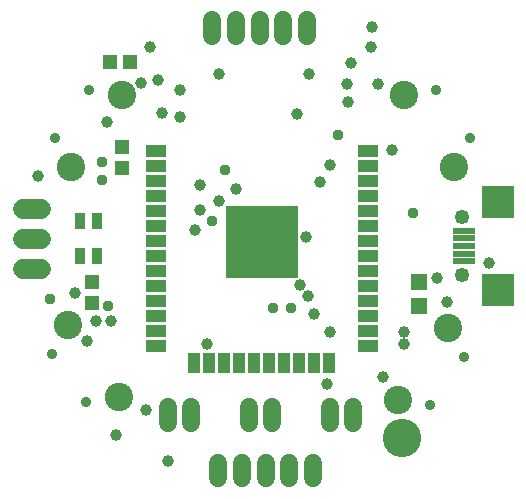
<source format=gts>
G75*
%MOIN*%
%OFA0B0*%
%FSLAX25Y25*%
%IPPOS*%
%LPD*%
%AMOC8*
5,1,8,0,0,1.08239X$1,22.5*
%
%ADD10C,0.12800*%
%ADD11R,0.05052X0.04934*%
%ADD12R,0.03556X0.05524*%
%ADD13C,0.06800*%
%ADD14R,0.05524X0.05524*%
%ADD15R,0.05131X0.04737*%
%ADD16R,0.04737X0.05131*%
%ADD17C,0.09461*%
%ADD18C,0.03500*%
%ADD19C,0.05950*%
%ADD20R,0.07690X0.02375*%
%ADD21R,0.10800X0.10800*%
%ADD22C,0.04934*%
%ADD23R,0.06706X0.04343*%
%ADD24R,0.04343X0.06706*%
%ADD25R,0.24422X0.24422*%
%ADD26C,0.03900*%
%ADD27C,0.03778*%
D10*
X0136905Y0025900D03*
D11*
X0043405Y0115955D03*
X0043405Y0122845D03*
D12*
X0035161Y0098306D03*
X0029649Y0098306D03*
X0029649Y0086494D03*
X0035161Y0086494D03*
D13*
X0016405Y0082400D02*
X0010405Y0082400D01*
X0010405Y0092400D02*
X0016405Y0092400D01*
X0016405Y0102400D02*
X0010405Y0102400D01*
D14*
X0142405Y0078034D03*
X0142405Y0069766D03*
D15*
X0033405Y0071054D03*
X0033405Y0077746D03*
D16*
X0039559Y0151400D03*
X0046252Y0151400D03*
D17*
X0043330Y0140197D03*
X0026605Y0116312D03*
X0025605Y0063488D03*
X0042330Y0039603D03*
X0135480Y0038603D03*
X0152205Y0062488D03*
X0154205Y0116312D03*
X0137480Y0140197D03*
D18*
X0031551Y0037837D03*
X0020260Y0053963D03*
X0021260Y0125837D03*
X0032551Y0141963D03*
X0146260Y0036837D03*
X0157551Y0052963D03*
X0159551Y0125837D03*
X0148260Y0141963D03*
D19*
X0105153Y0160012D02*
X0105153Y0165162D01*
X0097279Y0165162D02*
X0097279Y0160012D01*
X0089405Y0160012D02*
X0089405Y0165162D01*
X0081531Y0165162D02*
X0081531Y0160012D01*
X0073657Y0160012D02*
X0073657Y0165162D01*
X0066638Y0036162D02*
X0066638Y0031012D01*
X0058764Y0031012D02*
X0058764Y0036162D01*
X0075657Y0017662D02*
X0075657Y0012512D01*
X0083531Y0012512D02*
X0083531Y0017662D01*
X0091405Y0017662D02*
X0091405Y0012512D01*
X0099279Y0012512D02*
X0099279Y0017662D01*
X0107153Y0017662D02*
X0107153Y0012512D01*
X0112764Y0031012D02*
X0112764Y0036162D01*
X0120638Y0036162D02*
X0120638Y0031012D01*
X0093638Y0031012D02*
X0093638Y0036162D01*
X0085764Y0036162D02*
X0085764Y0031012D01*
D20*
X0157590Y0084782D03*
X0157590Y0087341D03*
X0157590Y0089900D03*
X0157590Y0092459D03*
X0157590Y0095018D03*
D21*
X0168712Y0104565D03*
X0168712Y0075235D03*
D22*
X0156783Y0080353D03*
X0156783Y0099447D03*
D23*
X0125538Y0101715D03*
X0125538Y0106715D03*
X0125538Y0111715D03*
X0125538Y0116715D03*
X0125538Y0121715D03*
X0125538Y0096715D03*
X0125538Y0091715D03*
X0125538Y0086715D03*
X0125538Y0081715D03*
X0125538Y0076715D03*
X0125538Y0071715D03*
X0125538Y0066715D03*
X0125538Y0061715D03*
X0125538Y0056715D03*
X0054672Y0056715D03*
X0054672Y0061715D03*
X0054672Y0066715D03*
X0054672Y0071715D03*
X0054672Y0076715D03*
X0054672Y0081715D03*
X0054672Y0086715D03*
X0054672Y0091715D03*
X0054672Y0096715D03*
X0054672Y0101715D03*
X0054672Y0106715D03*
X0054672Y0111715D03*
X0054672Y0116715D03*
X0054672Y0121715D03*
D24*
X0067605Y0050849D03*
X0072605Y0050849D03*
X0077605Y0050849D03*
X0082605Y0050849D03*
X0087605Y0050849D03*
X0092605Y0050849D03*
X0097605Y0050849D03*
X0102605Y0050849D03*
X0107605Y0050849D03*
X0112605Y0050849D03*
D25*
X0090105Y0091400D03*
D26*
X0102905Y0076900D03*
X0105405Y0073400D03*
X0107405Y0067400D03*
X0112905Y0061400D03*
X0111905Y0043900D03*
X0130405Y0046400D03*
X0137405Y0057400D03*
X0137405Y0061400D03*
X0151905Y0071400D03*
X0148405Y0079400D03*
X0165905Y0084400D03*
X0133405Y0121900D03*
X0118905Y0137900D03*
X0118405Y0143900D03*
X0119905Y0150900D03*
X0126405Y0156400D03*
X0126905Y0162900D03*
X0128905Y0143900D03*
X0105905Y0147400D03*
X0101905Y0133900D03*
X0112905Y0116900D03*
X0109405Y0111400D03*
X0104905Y0092900D03*
X0081405Y0108900D03*
X0075905Y0104900D03*
X0069405Y0101900D03*
X0067905Y0095400D03*
X0069405Y0110400D03*
X0062905Y0132900D03*
X0056905Y0134400D03*
X0062905Y0141900D03*
X0055405Y0145400D03*
X0049905Y0144400D03*
X0052905Y0156400D03*
X0075905Y0147400D03*
X0038405Y0131400D03*
X0015405Y0113400D03*
X0027905Y0074400D03*
X0034905Y0064900D03*
X0039905Y0064900D03*
X0031905Y0058400D03*
X0051405Y0035400D03*
X0041405Y0026900D03*
X0058905Y0018400D03*
X0071905Y0057400D03*
D27*
X0093905Y0069400D03*
X0099905Y0069400D03*
X0073405Y0098400D03*
X0077905Y0115400D03*
X0115405Y0126900D03*
X0140405Y0100900D03*
X0038905Y0069900D03*
X0019405Y0072400D03*
X0036905Y0111900D03*
X0036905Y0117900D03*
M02*

</source>
